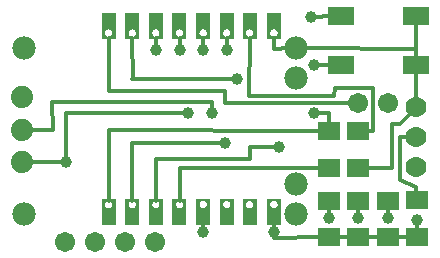
<source format=gtl>
G04 MADE WITH FRITZING*
G04 WWW.FRITZING.ORG*
G04 DOUBLE SIDED*
G04 HOLES PLATED*
G04 CONTOUR ON CENTER OF CONTOUR VECTOR*
%ASAXBY*%
%FSLAX23Y23*%
%MOIN*%
%OFA0B0*%
%SFA1.0B1.0*%
%ADD10C,0.039370*%
%ADD11C,0.078000*%
%ADD12C,0.067559*%
%ADD13C,0.069444*%
%ADD14C,0.074000*%
%ADD15R,0.074803X0.062992*%
%ADD16R,0.090551X0.062992*%
%ADD17C,0.012000*%
%ADD18R,0.001000X0.001000*%
%LNCOPPER1*%
G90*
G70*
G54D10*
X199Y391D03*
X1026Y715D03*
X1026Y553D03*
G54D11*
X58Y218D03*
X58Y770D03*
X967Y218D03*
X967Y318D03*
X967Y670D03*
X967Y770D03*
X58Y218D03*
X58Y770D03*
X967Y218D03*
X967Y318D03*
X967Y670D03*
X967Y770D03*
G54D12*
X1273Y587D03*
X1173Y587D03*
G54D13*
X1365Y374D03*
X1365Y474D03*
X1365Y574D03*
X1365Y374D03*
X1365Y474D03*
X1365Y574D03*
G54D10*
X730Y454D03*
X1075Y203D03*
X686Y555D03*
X657Y764D03*
X499Y764D03*
X578Y764D03*
X1370Y198D03*
X893Y159D03*
X607Y553D03*
X735Y764D03*
X657Y159D03*
X1016Y873D03*
X908Y440D03*
X1173Y203D03*
X1272Y203D03*
G54D12*
X196Y125D03*
X296Y125D03*
X396Y125D03*
X496Y125D03*
G54D14*
X51Y606D03*
X51Y499D03*
X51Y392D03*
X51Y606D03*
X51Y499D03*
X51Y392D03*
G54D10*
X770Y666D03*
G54D15*
X1075Y140D03*
X1075Y262D03*
X1173Y140D03*
X1173Y262D03*
X1173Y372D03*
X1173Y494D03*
X1272Y140D03*
X1272Y262D03*
X1370Y263D03*
X1370Y141D03*
X1075Y372D03*
X1075Y494D03*
G54D16*
X1117Y878D03*
X1365Y878D03*
X1117Y715D03*
X1365Y715D03*
G54D17*
X893Y769D02*
X893Y804D01*
D02*
X942Y770D02*
X893Y769D01*
D02*
X1094Y587D02*
X730Y587D01*
D02*
X1154Y587D02*
X1094Y587D01*
D02*
X657Y778D02*
X657Y804D01*
D02*
X578Y262D02*
X578Y370D01*
D02*
X578Y370D02*
X1043Y372D01*
D02*
X342Y262D02*
X341Y498D01*
D02*
X341Y498D02*
X1043Y494D01*
D02*
X420Y262D02*
X420Y454D01*
D02*
X420Y454D02*
X717Y454D01*
D02*
X1075Y217D02*
X1075Y236D01*
D02*
X499Y804D02*
X499Y778D01*
D02*
X578Y778D02*
X578Y804D01*
D02*
X735Y804D02*
X735Y778D01*
D02*
X1272Y217D02*
X1272Y236D01*
D02*
X1141Y140D02*
X1107Y140D01*
D02*
X1240Y140D02*
X1205Y140D01*
D02*
X1338Y141D02*
X1304Y141D01*
D02*
X1173Y217D02*
X1173Y236D01*
D02*
X814Y400D02*
X499Y400D01*
D02*
X499Y400D02*
X499Y262D01*
D02*
X894Y440D02*
X814Y440D01*
D02*
X1365Y306D02*
X1367Y289D01*
D02*
X1311Y474D02*
X1311Y331D01*
D02*
X1311Y331D02*
X1365Y306D01*
D02*
X1344Y474D02*
X1311Y474D01*
D02*
X1370Y185D02*
X1370Y167D01*
D02*
X1365Y769D02*
X991Y770D01*
D02*
X186Y391D02*
X77Y391D01*
D02*
X893Y172D02*
X893Y184D01*
D02*
X1029Y873D02*
X1078Y876D01*
D02*
X1365Y852D02*
X1365Y769D01*
D02*
X1365Y769D02*
X1365Y741D01*
D02*
X1365Y595D02*
X1365Y689D01*
D02*
X1311Y519D02*
X1351Y559D01*
D02*
X1286Y519D02*
X1311Y519D01*
D02*
X1286Y371D02*
X1286Y519D01*
D02*
X1205Y371D02*
X1286Y371D01*
D02*
X1075Y553D02*
X1039Y553D01*
D02*
X1075Y520D02*
X1075Y553D01*
D02*
X1039Y715D02*
X1078Y715D01*
D02*
X1223Y636D02*
X1095Y637D01*
D02*
X1223Y493D02*
X1223Y636D01*
D02*
X1205Y493D02*
X1223Y493D01*
D02*
X809Y612D02*
X811Y804D01*
D02*
X657Y172D02*
X657Y184D01*
D02*
X199Y553D02*
X594Y553D01*
D02*
X199Y404D02*
X199Y553D01*
D02*
X155Y499D02*
X77Y499D01*
D02*
X154Y592D02*
X155Y499D01*
D02*
X686Y592D02*
X154Y592D01*
D02*
X686Y569D02*
X686Y592D01*
D02*
X814Y440D02*
X814Y400D01*
D02*
X342Y627D02*
X342Y804D01*
D02*
X730Y627D02*
X342Y627D01*
D02*
X730Y587D02*
X730Y627D01*
D02*
X421Y666D02*
X420Y804D01*
D02*
X756Y666D02*
X420Y666D01*
D02*
X1094Y612D02*
X809Y612D01*
D02*
X1095Y637D02*
X1094Y612D01*
D02*
X893Y139D02*
X1043Y140D01*
D02*
X893Y146D02*
X893Y139D01*
G54D18*
X318Y888D02*
X364Y888D01*
X397Y888D02*
X443Y888D01*
X476Y888D02*
X522Y888D01*
X554Y888D02*
X600Y888D01*
X633Y888D02*
X679Y888D01*
X712Y888D02*
X758Y888D01*
X788Y888D02*
X834Y888D01*
X869Y888D02*
X915Y888D01*
X318Y887D02*
X364Y887D01*
X397Y887D02*
X443Y887D01*
X475Y887D02*
X522Y887D01*
X554Y887D02*
X600Y887D01*
X633Y887D02*
X679Y887D01*
X712Y887D02*
X758Y887D01*
X788Y887D02*
X834Y887D01*
X869Y887D02*
X915Y887D01*
X318Y886D02*
X364Y886D01*
X397Y886D02*
X443Y886D01*
X475Y886D02*
X522Y886D01*
X554Y886D02*
X600Y886D01*
X633Y886D02*
X679Y886D01*
X712Y886D02*
X758Y886D01*
X788Y886D02*
X834Y886D01*
X869Y886D02*
X915Y886D01*
X318Y885D02*
X364Y885D01*
X397Y885D02*
X443Y885D01*
X475Y885D02*
X522Y885D01*
X554Y885D02*
X600Y885D01*
X633Y885D02*
X679Y885D01*
X712Y885D02*
X758Y885D01*
X788Y885D02*
X834Y885D01*
X869Y885D02*
X915Y885D01*
X318Y884D02*
X364Y884D01*
X397Y884D02*
X443Y884D01*
X475Y884D02*
X522Y884D01*
X554Y884D02*
X600Y884D01*
X633Y884D02*
X679Y884D01*
X712Y884D02*
X758Y884D01*
X788Y884D02*
X834Y884D01*
X869Y884D02*
X915Y884D01*
X318Y883D02*
X364Y883D01*
X397Y883D02*
X443Y883D01*
X475Y883D02*
X522Y883D01*
X554Y883D02*
X600Y883D01*
X633Y883D02*
X679Y883D01*
X712Y883D02*
X758Y883D01*
X788Y883D02*
X834Y883D01*
X869Y883D02*
X915Y883D01*
X318Y882D02*
X364Y882D01*
X397Y882D02*
X443Y882D01*
X475Y882D02*
X522Y882D01*
X554Y882D02*
X600Y882D01*
X633Y882D02*
X679Y882D01*
X712Y882D02*
X758Y882D01*
X788Y882D02*
X834Y882D01*
X869Y882D02*
X915Y882D01*
X318Y881D02*
X364Y881D01*
X397Y881D02*
X443Y881D01*
X475Y881D02*
X522Y881D01*
X554Y881D02*
X600Y881D01*
X633Y881D02*
X679Y881D01*
X712Y881D02*
X758Y881D01*
X788Y881D02*
X834Y881D01*
X869Y881D02*
X915Y881D01*
X318Y880D02*
X364Y880D01*
X397Y880D02*
X443Y880D01*
X475Y880D02*
X522Y880D01*
X554Y880D02*
X600Y880D01*
X633Y880D02*
X679Y880D01*
X712Y880D02*
X758Y880D01*
X788Y880D02*
X834Y880D01*
X869Y880D02*
X915Y880D01*
X318Y879D02*
X364Y879D01*
X397Y879D02*
X443Y879D01*
X475Y879D02*
X522Y879D01*
X554Y879D02*
X600Y879D01*
X633Y879D02*
X679Y879D01*
X712Y879D02*
X758Y879D01*
X788Y879D02*
X834Y879D01*
X869Y879D02*
X915Y879D01*
X318Y878D02*
X364Y878D01*
X397Y878D02*
X443Y878D01*
X475Y878D02*
X522Y878D01*
X554Y878D02*
X600Y878D01*
X633Y878D02*
X679Y878D01*
X712Y878D02*
X758Y878D01*
X788Y878D02*
X834Y878D01*
X869Y878D02*
X915Y878D01*
X318Y877D02*
X364Y877D01*
X397Y877D02*
X443Y877D01*
X475Y877D02*
X522Y877D01*
X554Y877D02*
X600Y877D01*
X633Y877D02*
X679Y877D01*
X712Y877D02*
X758Y877D01*
X788Y877D02*
X834Y877D01*
X869Y877D02*
X915Y877D01*
X318Y876D02*
X364Y876D01*
X397Y876D02*
X443Y876D01*
X475Y876D02*
X522Y876D01*
X554Y876D02*
X600Y876D01*
X633Y876D02*
X679Y876D01*
X712Y876D02*
X758Y876D01*
X788Y876D02*
X834Y876D01*
X869Y876D02*
X915Y876D01*
X318Y875D02*
X364Y875D01*
X397Y875D02*
X443Y875D01*
X475Y875D02*
X522Y875D01*
X554Y875D02*
X600Y875D01*
X633Y875D02*
X679Y875D01*
X712Y875D02*
X758Y875D01*
X788Y875D02*
X834Y875D01*
X869Y875D02*
X915Y875D01*
X318Y874D02*
X364Y874D01*
X397Y874D02*
X443Y874D01*
X475Y874D02*
X522Y874D01*
X554Y874D02*
X600Y874D01*
X633Y874D02*
X679Y874D01*
X712Y874D02*
X758Y874D01*
X788Y874D02*
X834Y874D01*
X869Y874D02*
X915Y874D01*
X318Y873D02*
X364Y873D01*
X397Y873D02*
X443Y873D01*
X475Y873D02*
X522Y873D01*
X554Y873D02*
X600Y873D01*
X633Y873D02*
X679Y873D01*
X712Y873D02*
X758Y873D01*
X788Y873D02*
X834Y873D01*
X869Y873D02*
X915Y873D01*
X318Y872D02*
X364Y872D01*
X397Y872D02*
X443Y872D01*
X475Y872D02*
X522Y872D01*
X554Y872D02*
X600Y872D01*
X633Y872D02*
X679Y872D01*
X712Y872D02*
X758Y872D01*
X788Y872D02*
X834Y872D01*
X869Y872D02*
X915Y872D01*
X318Y871D02*
X364Y871D01*
X397Y871D02*
X443Y871D01*
X475Y871D02*
X522Y871D01*
X554Y871D02*
X600Y871D01*
X633Y871D02*
X679Y871D01*
X712Y871D02*
X758Y871D01*
X788Y871D02*
X834Y871D01*
X869Y871D02*
X915Y871D01*
X318Y870D02*
X364Y870D01*
X397Y870D02*
X443Y870D01*
X475Y870D02*
X522Y870D01*
X554Y870D02*
X600Y870D01*
X633Y870D02*
X679Y870D01*
X712Y870D02*
X758Y870D01*
X788Y870D02*
X834Y870D01*
X869Y870D02*
X915Y870D01*
X318Y869D02*
X364Y869D01*
X397Y869D02*
X443Y869D01*
X475Y869D02*
X522Y869D01*
X554Y869D02*
X600Y869D01*
X633Y869D02*
X679Y869D01*
X712Y869D02*
X758Y869D01*
X788Y869D02*
X834Y869D01*
X869Y869D02*
X915Y869D01*
X318Y868D02*
X364Y868D01*
X397Y868D02*
X443Y868D01*
X475Y868D02*
X522Y868D01*
X554Y868D02*
X600Y868D01*
X633Y868D02*
X679Y868D01*
X712Y868D02*
X758Y868D01*
X788Y868D02*
X834Y868D01*
X869Y868D02*
X915Y868D01*
X318Y867D02*
X364Y867D01*
X397Y867D02*
X443Y867D01*
X475Y867D02*
X522Y867D01*
X554Y867D02*
X600Y867D01*
X633Y867D02*
X679Y867D01*
X712Y867D02*
X758Y867D01*
X788Y867D02*
X834Y867D01*
X869Y867D02*
X915Y867D01*
X318Y866D02*
X364Y866D01*
X397Y866D02*
X443Y866D01*
X475Y866D02*
X522Y866D01*
X554Y866D02*
X600Y866D01*
X633Y866D02*
X679Y866D01*
X712Y866D02*
X758Y866D01*
X788Y866D02*
X834Y866D01*
X869Y866D02*
X915Y866D01*
X318Y865D02*
X364Y865D01*
X397Y865D02*
X443Y865D01*
X475Y865D02*
X522Y865D01*
X554Y865D02*
X600Y865D01*
X633Y865D02*
X679Y865D01*
X712Y865D02*
X758Y865D01*
X788Y865D02*
X834Y865D01*
X869Y865D02*
X915Y865D01*
X318Y864D02*
X364Y864D01*
X397Y864D02*
X443Y864D01*
X475Y864D02*
X522Y864D01*
X554Y864D02*
X600Y864D01*
X633Y864D02*
X679Y864D01*
X712Y864D02*
X758Y864D01*
X788Y864D02*
X834Y864D01*
X869Y864D02*
X915Y864D01*
X318Y863D02*
X364Y863D01*
X397Y863D02*
X443Y863D01*
X475Y863D02*
X522Y863D01*
X554Y863D02*
X600Y863D01*
X633Y863D02*
X679Y863D01*
X712Y863D02*
X758Y863D01*
X788Y863D02*
X834Y863D01*
X869Y863D02*
X915Y863D01*
X318Y862D02*
X364Y862D01*
X397Y862D02*
X443Y862D01*
X475Y862D02*
X522Y862D01*
X554Y862D02*
X600Y862D01*
X633Y862D02*
X679Y862D01*
X712Y862D02*
X758Y862D01*
X788Y862D02*
X834Y862D01*
X869Y862D02*
X915Y862D01*
X318Y861D02*
X364Y861D01*
X397Y861D02*
X443Y861D01*
X475Y861D02*
X522Y861D01*
X554Y861D02*
X600Y861D01*
X633Y861D02*
X679Y861D01*
X712Y861D02*
X758Y861D01*
X788Y861D02*
X834Y861D01*
X869Y861D02*
X915Y861D01*
X318Y860D02*
X364Y860D01*
X397Y860D02*
X443Y860D01*
X475Y860D02*
X522Y860D01*
X554Y860D02*
X600Y860D01*
X633Y860D02*
X679Y860D01*
X712Y860D02*
X758Y860D01*
X788Y860D02*
X834Y860D01*
X869Y860D02*
X915Y860D01*
X318Y859D02*
X364Y859D01*
X397Y859D02*
X443Y859D01*
X475Y859D02*
X522Y859D01*
X554Y859D02*
X600Y859D01*
X633Y859D02*
X679Y859D01*
X712Y859D02*
X758Y859D01*
X788Y859D02*
X834Y859D01*
X869Y859D02*
X915Y859D01*
X318Y858D02*
X364Y858D01*
X397Y858D02*
X443Y858D01*
X475Y858D02*
X522Y858D01*
X554Y858D02*
X600Y858D01*
X633Y858D02*
X679Y858D01*
X712Y858D02*
X758Y858D01*
X788Y858D02*
X834Y858D01*
X869Y858D02*
X915Y858D01*
X318Y857D02*
X364Y857D01*
X397Y857D02*
X443Y857D01*
X475Y857D02*
X522Y857D01*
X554Y857D02*
X600Y857D01*
X633Y857D02*
X679Y857D01*
X712Y857D02*
X758Y857D01*
X788Y857D02*
X834Y857D01*
X869Y857D02*
X915Y857D01*
X318Y856D02*
X364Y856D01*
X397Y856D02*
X443Y856D01*
X475Y856D02*
X522Y856D01*
X554Y856D02*
X600Y856D01*
X633Y856D02*
X679Y856D01*
X712Y856D02*
X758Y856D01*
X788Y856D02*
X834Y856D01*
X869Y856D02*
X915Y856D01*
X318Y855D02*
X364Y855D01*
X397Y855D02*
X443Y855D01*
X475Y855D02*
X522Y855D01*
X554Y855D02*
X600Y855D01*
X633Y855D02*
X679Y855D01*
X712Y855D02*
X758Y855D01*
X788Y855D02*
X834Y855D01*
X869Y855D02*
X915Y855D01*
X318Y854D02*
X364Y854D01*
X397Y854D02*
X443Y854D01*
X475Y854D02*
X522Y854D01*
X554Y854D02*
X600Y854D01*
X633Y854D02*
X679Y854D01*
X712Y854D02*
X758Y854D01*
X788Y854D02*
X834Y854D01*
X869Y854D02*
X915Y854D01*
X318Y853D02*
X364Y853D01*
X397Y853D02*
X443Y853D01*
X475Y853D02*
X522Y853D01*
X554Y853D02*
X600Y853D01*
X633Y853D02*
X679Y853D01*
X712Y853D02*
X758Y853D01*
X788Y853D02*
X834Y853D01*
X869Y853D02*
X915Y853D01*
X318Y852D02*
X364Y852D01*
X397Y852D02*
X443Y852D01*
X475Y852D02*
X522Y852D01*
X554Y852D02*
X600Y852D01*
X633Y852D02*
X679Y852D01*
X712Y852D02*
X758Y852D01*
X788Y852D02*
X834Y852D01*
X869Y852D02*
X915Y852D01*
X318Y851D02*
X364Y851D01*
X397Y851D02*
X443Y851D01*
X475Y851D02*
X522Y851D01*
X554Y851D02*
X600Y851D01*
X633Y851D02*
X679Y851D01*
X712Y851D02*
X758Y851D01*
X788Y851D02*
X834Y851D01*
X869Y851D02*
X915Y851D01*
X318Y850D02*
X364Y850D01*
X397Y850D02*
X443Y850D01*
X475Y850D02*
X522Y850D01*
X554Y850D02*
X600Y850D01*
X633Y850D02*
X679Y850D01*
X712Y850D02*
X758Y850D01*
X788Y850D02*
X834Y850D01*
X869Y850D02*
X915Y850D01*
X318Y849D02*
X364Y849D01*
X397Y849D02*
X443Y849D01*
X475Y849D02*
X522Y849D01*
X554Y849D02*
X600Y849D01*
X633Y849D02*
X679Y849D01*
X712Y849D02*
X758Y849D01*
X788Y849D02*
X834Y849D01*
X869Y849D02*
X915Y849D01*
X318Y848D02*
X364Y848D01*
X397Y848D02*
X443Y848D01*
X475Y848D02*
X522Y848D01*
X554Y848D02*
X600Y848D01*
X633Y848D02*
X679Y848D01*
X712Y848D02*
X758Y848D01*
X788Y848D02*
X834Y848D01*
X869Y848D02*
X915Y848D01*
X318Y847D02*
X364Y847D01*
X397Y847D02*
X443Y847D01*
X475Y847D02*
X522Y847D01*
X554Y847D02*
X600Y847D01*
X633Y847D02*
X679Y847D01*
X712Y847D02*
X758Y847D01*
X788Y847D02*
X834Y847D01*
X869Y847D02*
X915Y847D01*
X318Y846D02*
X364Y846D01*
X397Y846D02*
X443Y846D01*
X475Y846D02*
X522Y846D01*
X554Y846D02*
X600Y846D01*
X633Y846D02*
X679Y846D01*
X712Y846D02*
X758Y846D01*
X788Y846D02*
X834Y846D01*
X869Y846D02*
X915Y846D01*
X318Y845D02*
X364Y845D01*
X397Y845D02*
X443Y845D01*
X475Y845D02*
X522Y845D01*
X554Y845D02*
X600Y845D01*
X633Y845D02*
X679Y845D01*
X712Y845D02*
X758Y845D01*
X788Y845D02*
X834Y845D01*
X869Y845D02*
X915Y845D01*
X318Y844D02*
X364Y844D01*
X397Y844D02*
X443Y844D01*
X475Y844D02*
X522Y844D01*
X554Y844D02*
X600Y844D01*
X633Y844D02*
X679Y844D01*
X712Y844D02*
X758Y844D01*
X788Y844D02*
X834Y844D01*
X869Y844D02*
X915Y844D01*
X318Y843D02*
X364Y843D01*
X397Y843D02*
X443Y843D01*
X475Y843D02*
X522Y843D01*
X554Y843D02*
X600Y843D01*
X633Y843D02*
X679Y843D01*
X712Y843D02*
X758Y843D01*
X788Y843D02*
X834Y843D01*
X869Y843D02*
X915Y843D01*
X318Y842D02*
X364Y842D01*
X397Y842D02*
X443Y842D01*
X475Y842D02*
X522Y842D01*
X554Y842D02*
X600Y842D01*
X633Y842D02*
X679Y842D01*
X712Y842D02*
X758Y842D01*
X788Y842D02*
X834Y842D01*
X869Y842D02*
X915Y842D01*
X318Y841D02*
X364Y841D01*
X397Y841D02*
X443Y841D01*
X475Y841D02*
X522Y841D01*
X554Y841D02*
X600Y841D01*
X633Y841D02*
X679Y841D01*
X712Y841D02*
X758Y841D01*
X788Y841D02*
X834Y841D01*
X869Y841D02*
X915Y841D01*
X318Y840D02*
X364Y840D01*
X397Y840D02*
X443Y840D01*
X475Y840D02*
X522Y840D01*
X554Y840D02*
X600Y840D01*
X633Y840D02*
X679Y840D01*
X712Y840D02*
X758Y840D01*
X788Y840D02*
X834Y840D01*
X869Y840D02*
X915Y840D01*
X318Y839D02*
X364Y839D01*
X397Y839D02*
X443Y839D01*
X475Y839D02*
X522Y839D01*
X554Y839D02*
X600Y839D01*
X633Y839D02*
X679Y839D01*
X712Y839D02*
X758Y839D01*
X788Y839D02*
X834Y839D01*
X869Y839D02*
X915Y839D01*
X318Y838D02*
X364Y838D01*
X397Y838D02*
X443Y838D01*
X475Y838D02*
X522Y838D01*
X554Y838D02*
X600Y838D01*
X633Y838D02*
X679Y838D01*
X712Y838D02*
X758Y838D01*
X788Y838D02*
X834Y838D01*
X869Y838D02*
X915Y838D01*
X318Y837D02*
X364Y837D01*
X397Y837D02*
X443Y837D01*
X475Y837D02*
X522Y837D01*
X554Y837D02*
X600Y837D01*
X633Y837D02*
X679Y837D01*
X712Y837D02*
X758Y837D01*
X788Y837D02*
X834Y837D01*
X869Y837D02*
X915Y837D01*
X318Y836D02*
X364Y836D01*
X397Y836D02*
X443Y836D01*
X475Y836D02*
X522Y836D01*
X554Y836D02*
X600Y836D01*
X633Y836D02*
X679Y836D01*
X712Y836D02*
X758Y836D01*
X788Y836D02*
X834Y836D01*
X869Y836D02*
X915Y836D01*
X318Y835D02*
X364Y835D01*
X397Y835D02*
X443Y835D01*
X475Y835D02*
X522Y835D01*
X554Y835D02*
X600Y835D01*
X633Y835D02*
X679Y835D01*
X712Y835D02*
X758Y835D01*
X788Y835D02*
X834Y835D01*
X869Y835D02*
X915Y835D01*
X318Y834D02*
X364Y834D01*
X397Y834D02*
X443Y834D01*
X475Y834D02*
X522Y834D01*
X554Y834D02*
X600Y834D01*
X633Y834D02*
X679Y834D01*
X712Y834D02*
X758Y834D01*
X788Y834D02*
X834Y834D01*
X869Y834D02*
X915Y834D01*
X318Y833D02*
X364Y833D01*
X397Y833D02*
X443Y833D01*
X475Y833D02*
X522Y833D01*
X554Y833D02*
X600Y833D01*
X633Y833D02*
X679Y833D01*
X712Y833D02*
X758Y833D01*
X788Y833D02*
X834Y833D01*
X869Y833D02*
X915Y833D01*
X318Y832D02*
X338Y832D01*
X344Y832D02*
X364Y832D01*
X397Y832D02*
X417Y832D01*
X423Y832D02*
X443Y832D01*
X475Y832D02*
X496Y832D01*
X502Y832D02*
X522Y832D01*
X554Y832D02*
X574Y832D01*
X580Y832D02*
X600Y832D01*
X633Y832D02*
X653Y832D01*
X659Y832D02*
X679Y832D01*
X712Y832D02*
X732Y832D01*
X738Y832D02*
X758Y832D01*
X788Y832D02*
X808Y832D01*
X814Y832D02*
X834Y832D01*
X869Y832D02*
X889Y832D01*
X895Y832D02*
X915Y832D01*
X318Y831D02*
X335Y831D01*
X347Y831D02*
X364Y831D01*
X397Y831D02*
X414Y831D01*
X426Y831D02*
X443Y831D01*
X475Y831D02*
X493Y831D01*
X504Y831D02*
X522Y831D01*
X554Y831D02*
X571Y831D01*
X583Y831D02*
X600Y831D01*
X633Y831D02*
X650Y831D01*
X662Y831D02*
X679Y831D01*
X712Y831D02*
X729Y831D01*
X741Y831D02*
X758Y831D01*
X788Y831D02*
X805Y831D01*
X817Y831D02*
X834Y831D01*
X869Y831D02*
X886Y831D01*
X898Y831D02*
X915Y831D01*
X318Y830D02*
X334Y830D01*
X349Y830D02*
X364Y830D01*
X397Y830D02*
X412Y830D01*
X427Y830D02*
X443Y830D01*
X475Y830D02*
X491Y830D01*
X506Y830D02*
X522Y830D01*
X554Y830D02*
X570Y830D01*
X585Y830D02*
X600Y830D01*
X633Y830D02*
X648Y830D01*
X664Y830D02*
X679Y830D01*
X712Y830D02*
X727Y830D01*
X742Y830D02*
X758Y830D01*
X788Y830D02*
X804Y830D01*
X819Y830D02*
X834Y830D01*
X869Y830D02*
X885Y830D01*
X900Y830D02*
X915Y830D01*
X318Y829D02*
X332Y829D01*
X350Y829D02*
X364Y829D01*
X397Y829D02*
X411Y829D01*
X429Y829D02*
X443Y829D01*
X475Y829D02*
X490Y829D01*
X507Y829D02*
X522Y829D01*
X554Y829D02*
X569Y829D01*
X586Y829D02*
X600Y829D01*
X633Y829D02*
X647Y829D01*
X665Y829D02*
X679Y829D01*
X712Y829D02*
X726Y829D01*
X744Y829D02*
X758Y829D01*
X788Y829D02*
X803Y829D01*
X820Y829D02*
X834Y829D01*
X869Y829D02*
X883Y829D01*
X901Y829D02*
X915Y829D01*
X318Y828D02*
X331Y828D01*
X351Y828D02*
X364Y828D01*
X397Y828D02*
X410Y828D01*
X430Y828D02*
X443Y828D01*
X475Y828D02*
X489Y828D01*
X508Y828D02*
X522Y828D01*
X554Y828D02*
X568Y828D01*
X587Y828D02*
X600Y828D01*
X633Y828D02*
X646Y828D01*
X666Y828D02*
X679Y828D01*
X712Y828D02*
X725Y828D01*
X744Y828D02*
X758Y828D01*
X788Y828D02*
X802Y828D01*
X821Y828D02*
X834Y828D01*
X869Y828D02*
X883Y828D01*
X902Y828D02*
X915Y828D01*
X318Y827D02*
X331Y827D01*
X352Y827D02*
X364Y827D01*
X397Y827D02*
X409Y827D01*
X430Y827D02*
X443Y827D01*
X475Y827D02*
X488Y827D01*
X509Y827D02*
X522Y827D01*
X554Y827D02*
X567Y827D01*
X588Y827D02*
X600Y827D01*
X633Y827D02*
X646Y827D01*
X667Y827D02*
X679Y827D01*
X712Y827D02*
X724Y827D01*
X745Y827D02*
X758Y827D01*
X788Y827D02*
X801Y827D01*
X822Y827D02*
X834Y827D01*
X869Y827D02*
X882Y827D01*
X903Y827D02*
X915Y827D01*
X318Y826D02*
X330Y826D01*
X352Y826D02*
X364Y826D01*
X397Y826D02*
X409Y826D01*
X431Y826D02*
X443Y826D01*
X475Y826D02*
X487Y826D01*
X510Y826D02*
X522Y826D01*
X554Y826D02*
X566Y826D01*
X588Y826D02*
X600Y826D01*
X633Y826D02*
X645Y826D01*
X667Y826D02*
X679Y826D01*
X712Y826D02*
X724Y826D01*
X746Y826D02*
X758Y826D01*
X788Y826D02*
X800Y826D01*
X822Y826D02*
X834Y826D01*
X869Y826D02*
X881Y826D01*
X903Y826D02*
X915Y826D01*
X318Y825D02*
X329Y825D01*
X353Y825D02*
X364Y825D01*
X397Y825D02*
X408Y825D01*
X431Y825D02*
X443Y825D01*
X475Y825D02*
X487Y825D01*
X510Y825D02*
X522Y825D01*
X554Y825D02*
X566Y825D01*
X589Y825D02*
X600Y825D01*
X633Y825D02*
X644Y825D01*
X668Y825D02*
X679Y825D01*
X712Y825D02*
X723Y825D01*
X746Y825D02*
X758Y825D01*
X788Y825D02*
X800Y825D01*
X823Y825D02*
X834Y825D01*
X869Y825D02*
X881Y825D01*
X904Y825D02*
X915Y825D01*
X318Y824D02*
X329Y824D01*
X353Y824D02*
X364Y824D01*
X397Y824D02*
X408Y824D01*
X432Y824D02*
X443Y824D01*
X475Y824D02*
X487Y824D01*
X511Y824D02*
X522Y824D01*
X554Y824D02*
X565Y824D01*
X589Y824D02*
X600Y824D01*
X633Y824D02*
X644Y824D01*
X668Y824D02*
X679Y824D01*
X712Y824D02*
X723Y824D01*
X747Y824D02*
X758Y824D01*
X788Y824D02*
X799Y824D01*
X823Y824D02*
X834Y824D01*
X869Y824D02*
X880Y824D01*
X904Y824D02*
X915Y824D01*
X318Y823D02*
X329Y823D01*
X353Y823D02*
X364Y823D01*
X397Y823D02*
X408Y823D01*
X432Y823D02*
X443Y823D01*
X475Y823D02*
X486Y823D01*
X511Y823D02*
X522Y823D01*
X554Y823D02*
X565Y823D01*
X590Y823D02*
X600Y823D01*
X633Y823D02*
X644Y823D01*
X668Y823D02*
X679Y823D01*
X712Y823D02*
X722Y823D01*
X747Y823D02*
X758Y823D01*
X788Y823D02*
X799Y823D01*
X824Y823D02*
X834Y823D01*
X869Y823D02*
X880Y823D01*
X904Y823D02*
X915Y823D01*
X318Y822D02*
X329Y822D01*
X354Y822D02*
X364Y822D01*
X397Y822D02*
X407Y822D01*
X432Y822D02*
X443Y822D01*
X475Y822D02*
X486Y822D01*
X511Y822D02*
X522Y822D01*
X554Y822D02*
X565Y822D01*
X590Y822D02*
X600Y822D01*
X633Y822D02*
X644Y822D01*
X668Y822D02*
X679Y822D01*
X712Y822D02*
X722Y822D01*
X747Y822D02*
X758Y822D01*
X788Y822D02*
X799Y822D01*
X824Y822D02*
X834Y822D01*
X869Y822D02*
X880Y822D01*
X905Y822D02*
X915Y822D01*
X318Y821D02*
X328Y821D01*
X354Y821D02*
X364Y821D01*
X397Y821D02*
X407Y821D01*
X432Y821D02*
X443Y821D01*
X475Y821D02*
X486Y821D01*
X511Y821D02*
X522Y821D01*
X554Y821D02*
X565Y821D01*
X590Y821D02*
X600Y821D01*
X633Y821D02*
X643Y821D01*
X669Y821D02*
X679Y821D01*
X712Y821D02*
X722Y821D01*
X747Y821D02*
X758Y821D01*
X788Y821D02*
X799Y821D01*
X824Y821D02*
X834Y821D01*
X869Y821D02*
X880Y821D01*
X905Y821D02*
X915Y821D01*
X318Y820D02*
X328Y820D01*
X354Y820D02*
X364Y820D01*
X397Y820D02*
X407Y820D01*
X432Y820D02*
X443Y820D01*
X475Y820D02*
X486Y820D01*
X511Y820D02*
X522Y820D01*
X554Y820D02*
X565Y820D01*
X590Y820D02*
X600Y820D01*
X633Y820D02*
X643Y820D01*
X669Y820D02*
X679Y820D01*
X712Y820D02*
X722Y820D01*
X747Y820D02*
X758Y820D01*
X788Y820D02*
X799Y820D01*
X824Y820D02*
X834Y820D01*
X869Y820D02*
X880Y820D01*
X905Y820D02*
X915Y820D01*
X318Y819D02*
X329Y819D01*
X354Y819D02*
X364Y819D01*
X397Y819D02*
X407Y819D01*
X432Y819D02*
X443Y819D01*
X475Y819D02*
X486Y819D01*
X511Y819D02*
X522Y819D01*
X554Y819D02*
X565Y819D01*
X590Y819D02*
X600Y819D01*
X633Y819D02*
X643Y819D01*
X669Y819D02*
X679Y819D01*
X712Y819D02*
X722Y819D01*
X747Y819D02*
X758Y819D01*
X788Y819D02*
X799Y819D01*
X824Y819D02*
X834Y819D01*
X869Y819D02*
X880Y819D01*
X905Y819D02*
X915Y819D01*
X318Y818D02*
X329Y818D01*
X353Y818D02*
X364Y818D01*
X397Y818D02*
X407Y818D01*
X432Y818D02*
X443Y818D01*
X475Y818D02*
X486Y818D01*
X511Y818D02*
X522Y818D01*
X554Y818D02*
X565Y818D01*
X590Y818D02*
X600Y818D01*
X633Y818D02*
X644Y818D01*
X668Y818D02*
X679Y818D01*
X712Y818D02*
X722Y818D01*
X747Y818D02*
X758Y818D01*
X788Y818D02*
X799Y818D01*
X824Y818D02*
X834Y818D01*
X869Y818D02*
X880Y818D01*
X905Y818D02*
X915Y818D01*
X318Y817D02*
X329Y817D01*
X353Y817D02*
X364Y817D01*
X397Y817D02*
X408Y817D01*
X432Y817D02*
X443Y817D01*
X475Y817D02*
X486Y817D01*
X511Y817D02*
X522Y817D01*
X554Y817D02*
X565Y817D01*
X589Y817D02*
X600Y817D01*
X633Y817D02*
X644Y817D01*
X668Y817D02*
X679Y817D01*
X712Y817D02*
X723Y817D01*
X747Y817D02*
X758Y817D01*
X788Y817D02*
X799Y817D01*
X823Y817D02*
X834Y817D01*
X869Y817D02*
X880Y817D01*
X904Y817D02*
X915Y817D01*
X318Y816D02*
X329Y816D01*
X353Y816D02*
X364Y816D01*
X397Y816D02*
X408Y816D01*
X432Y816D02*
X443Y816D01*
X475Y816D02*
X487Y816D01*
X510Y816D02*
X522Y816D01*
X554Y816D02*
X565Y816D01*
X589Y816D02*
X600Y816D01*
X633Y816D02*
X644Y816D01*
X668Y816D02*
X679Y816D01*
X712Y816D02*
X723Y816D01*
X747Y816D02*
X758Y816D01*
X788Y816D02*
X799Y816D01*
X823Y816D02*
X834Y816D01*
X869Y816D02*
X880Y816D01*
X904Y816D02*
X915Y816D01*
X318Y815D02*
X330Y815D01*
X353Y815D02*
X364Y815D01*
X397Y815D02*
X408Y815D01*
X431Y815D02*
X443Y815D01*
X475Y815D02*
X487Y815D01*
X510Y815D02*
X522Y815D01*
X554Y815D02*
X566Y815D01*
X589Y815D02*
X600Y815D01*
X633Y815D02*
X645Y815D01*
X667Y815D02*
X679Y815D01*
X712Y815D02*
X723Y815D01*
X746Y815D02*
X758Y815D01*
X788Y815D02*
X800Y815D01*
X823Y815D02*
X834Y815D01*
X869Y815D02*
X881Y815D01*
X904Y815D02*
X915Y815D01*
X318Y814D02*
X330Y814D01*
X352Y814D02*
X364Y814D01*
X397Y814D02*
X409Y814D01*
X431Y814D02*
X443Y814D01*
X475Y814D02*
X488Y814D01*
X509Y814D02*
X522Y814D01*
X554Y814D02*
X566Y814D01*
X588Y814D02*
X600Y814D01*
X633Y814D02*
X645Y814D01*
X667Y814D02*
X679Y814D01*
X712Y814D02*
X724Y814D01*
X746Y814D02*
X758Y814D01*
X788Y814D02*
X800Y814D01*
X822Y814D02*
X834Y814D01*
X869Y814D02*
X881Y814D01*
X903Y814D02*
X915Y814D01*
X318Y813D02*
X331Y813D01*
X351Y813D02*
X364Y813D01*
X397Y813D02*
X410Y813D01*
X430Y813D02*
X443Y813D01*
X475Y813D02*
X488Y813D01*
X509Y813D02*
X522Y813D01*
X554Y813D02*
X567Y813D01*
X587Y813D02*
X600Y813D01*
X633Y813D02*
X646Y813D01*
X666Y813D02*
X679Y813D01*
X712Y813D02*
X725Y813D01*
X745Y813D02*
X758Y813D01*
X788Y813D02*
X801Y813D01*
X822Y813D02*
X834Y813D01*
X869Y813D02*
X882Y813D01*
X902Y813D02*
X915Y813D01*
X318Y812D02*
X332Y812D01*
X351Y812D02*
X364Y812D01*
X397Y812D02*
X410Y812D01*
X429Y812D02*
X443Y812D01*
X475Y812D02*
X489Y812D01*
X508Y812D02*
X522Y812D01*
X554Y812D02*
X568Y812D01*
X587Y812D02*
X600Y812D01*
X633Y812D02*
X647Y812D01*
X665Y812D02*
X679Y812D01*
X712Y812D02*
X725Y812D01*
X744Y812D02*
X758Y812D01*
X788Y812D02*
X802Y812D01*
X821Y812D02*
X834Y812D01*
X869Y812D02*
X883Y812D01*
X902Y812D02*
X915Y812D01*
X318Y811D02*
X333Y811D01*
X349Y811D02*
X364Y811D01*
X397Y811D02*
X411Y811D01*
X428Y811D02*
X443Y811D01*
X475Y811D02*
X490Y811D01*
X507Y811D02*
X522Y811D01*
X554Y811D02*
X569Y811D01*
X586Y811D02*
X600Y811D01*
X633Y811D02*
X648Y811D01*
X664Y811D02*
X679Y811D01*
X712Y811D02*
X726Y811D01*
X743Y811D02*
X758Y811D01*
X788Y811D02*
X803Y811D01*
X820Y811D02*
X834Y811D01*
X869Y811D02*
X884Y811D01*
X901Y811D02*
X915Y811D01*
X318Y810D02*
X334Y810D01*
X348Y810D02*
X364Y810D01*
X397Y810D02*
X413Y810D01*
X427Y810D02*
X443Y810D01*
X475Y810D02*
X491Y810D01*
X506Y810D02*
X522Y810D01*
X554Y810D02*
X570Y810D01*
X584Y810D02*
X600Y810D01*
X633Y810D02*
X649Y810D01*
X663Y810D02*
X679Y810D01*
X712Y810D02*
X728Y810D01*
X742Y810D02*
X758Y810D01*
X788Y810D02*
X804Y810D01*
X818Y810D02*
X834Y810D01*
X869Y810D02*
X885Y810D01*
X899Y810D02*
X915Y810D01*
X318Y809D02*
X336Y809D01*
X346Y809D02*
X364Y809D01*
X397Y809D02*
X415Y809D01*
X425Y809D02*
X443Y809D01*
X475Y809D02*
X493Y809D01*
X504Y809D02*
X522Y809D01*
X554Y809D02*
X572Y809D01*
X582Y809D02*
X600Y809D01*
X633Y809D02*
X651Y809D01*
X661Y809D02*
X679Y809D01*
X712Y809D02*
X730Y809D01*
X740Y809D02*
X758Y809D01*
X788Y809D02*
X806Y809D01*
X816Y809D02*
X834Y809D01*
X869Y809D02*
X887Y809D01*
X897Y809D02*
X915Y809D01*
X318Y808D02*
X364Y808D01*
X397Y808D02*
X443Y808D01*
X475Y808D02*
X522Y808D01*
X554Y808D02*
X600Y808D01*
X633Y808D02*
X679Y808D01*
X712Y808D02*
X758Y808D01*
X788Y808D02*
X834Y808D01*
X869Y808D02*
X915Y808D01*
X318Y807D02*
X364Y807D01*
X397Y807D02*
X443Y807D01*
X475Y807D02*
X522Y807D01*
X554Y807D02*
X600Y807D01*
X633Y807D02*
X679Y807D01*
X712Y807D02*
X758Y807D01*
X788Y807D02*
X834Y807D01*
X869Y807D02*
X915Y807D01*
X318Y806D02*
X364Y806D01*
X397Y806D02*
X443Y806D01*
X475Y806D02*
X522Y806D01*
X554Y806D02*
X600Y806D01*
X633Y806D02*
X679Y806D01*
X712Y806D02*
X758Y806D01*
X788Y806D02*
X834Y806D01*
X869Y806D02*
X915Y806D01*
X318Y805D02*
X364Y805D01*
X397Y805D02*
X443Y805D01*
X475Y805D02*
X522Y805D01*
X554Y805D02*
X600Y805D01*
X633Y805D02*
X679Y805D01*
X712Y805D02*
X758Y805D01*
X788Y805D02*
X834Y805D01*
X869Y805D02*
X915Y805D01*
X318Y804D02*
X364Y804D01*
X397Y804D02*
X443Y804D01*
X475Y804D02*
X522Y804D01*
X554Y804D02*
X600Y804D01*
X633Y804D02*
X679Y804D01*
X712Y804D02*
X758Y804D01*
X788Y804D02*
X834Y804D01*
X869Y804D02*
X915Y804D01*
X318Y803D02*
X364Y803D01*
X397Y803D02*
X443Y803D01*
X475Y803D02*
X522Y803D01*
X554Y803D02*
X600Y803D01*
X633Y803D02*
X679Y803D01*
X712Y803D02*
X758Y803D01*
X788Y803D02*
X834Y803D01*
X869Y803D02*
X915Y803D01*
X318Y802D02*
X364Y802D01*
X397Y802D02*
X443Y802D01*
X475Y802D02*
X522Y802D01*
X554Y802D02*
X600Y802D01*
X633Y802D02*
X679Y802D01*
X712Y802D02*
X758Y802D01*
X788Y802D02*
X834Y802D01*
X869Y802D02*
X915Y802D01*
X318Y801D02*
X364Y801D01*
X397Y801D02*
X443Y801D01*
X475Y801D02*
X522Y801D01*
X554Y801D02*
X600Y801D01*
X633Y801D02*
X679Y801D01*
X712Y801D02*
X758Y801D01*
X788Y801D02*
X834Y801D01*
X869Y801D02*
X915Y801D01*
X318Y800D02*
X364Y800D01*
X397Y800D02*
X443Y800D01*
X476Y800D02*
X521Y800D01*
X554Y800D02*
X600Y800D01*
X633Y800D02*
X679Y800D01*
X712Y800D02*
X758Y800D01*
X788Y800D02*
X834Y800D01*
X869Y800D02*
X915Y800D01*
X318Y268D02*
X364Y268D01*
X397Y268D02*
X443Y268D01*
X476Y268D02*
X522Y268D01*
X554Y268D02*
X600Y268D01*
X633Y268D02*
X679Y268D01*
X712Y268D02*
X758Y268D01*
X788Y268D02*
X834Y268D01*
X869Y268D02*
X915Y268D01*
X318Y267D02*
X364Y267D01*
X397Y267D02*
X443Y267D01*
X476Y267D02*
X522Y267D01*
X554Y267D02*
X600Y267D01*
X633Y267D02*
X679Y267D01*
X712Y267D02*
X758Y267D01*
X788Y267D02*
X834Y267D01*
X869Y267D02*
X915Y267D01*
X318Y266D02*
X364Y266D01*
X397Y266D02*
X443Y266D01*
X476Y266D02*
X522Y266D01*
X554Y266D02*
X600Y266D01*
X633Y266D02*
X679Y266D01*
X712Y266D02*
X758Y266D01*
X788Y266D02*
X834Y266D01*
X869Y266D02*
X915Y266D01*
X318Y265D02*
X364Y265D01*
X397Y265D02*
X443Y265D01*
X476Y265D02*
X522Y265D01*
X554Y265D02*
X600Y265D01*
X633Y265D02*
X679Y265D01*
X712Y265D02*
X758Y265D01*
X788Y265D02*
X834Y265D01*
X869Y265D02*
X915Y265D01*
X318Y264D02*
X364Y264D01*
X397Y264D02*
X443Y264D01*
X476Y264D02*
X522Y264D01*
X554Y264D02*
X600Y264D01*
X633Y264D02*
X679Y264D01*
X712Y264D02*
X758Y264D01*
X788Y264D02*
X834Y264D01*
X869Y264D02*
X915Y264D01*
X318Y263D02*
X364Y263D01*
X397Y263D02*
X443Y263D01*
X476Y263D02*
X522Y263D01*
X554Y263D02*
X600Y263D01*
X633Y263D02*
X679Y263D01*
X712Y263D02*
X758Y263D01*
X788Y263D02*
X834Y263D01*
X869Y263D02*
X915Y263D01*
X318Y262D02*
X364Y262D01*
X397Y262D02*
X443Y262D01*
X476Y262D02*
X522Y262D01*
X554Y262D02*
X600Y262D01*
X633Y262D02*
X679Y262D01*
X712Y262D02*
X758Y262D01*
X788Y262D02*
X834Y262D01*
X869Y262D02*
X915Y262D01*
X318Y261D02*
X364Y261D01*
X397Y261D02*
X443Y261D01*
X476Y261D02*
X522Y261D01*
X554Y261D02*
X600Y261D01*
X633Y261D02*
X679Y261D01*
X712Y261D02*
X758Y261D01*
X788Y261D02*
X834Y261D01*
X869Y261D02*
X915Y261D01*
X318Y260D02*
X337Y260D01*
X345Y260D02*
X364Y260D01*
X397Y260D02*
X416Y260D01*
X423Y260D02*
X443Y260D01*
X476Y260D02*
X495Y260D01*
X502Y260D02*
X522Y260D01*
X554Y260D02*
X574Y260D01*
X581Y260D02*
X600Y260D01*
X633Y260D02*
X652Y260D01*
X660Y260D02*
X679Y260D01*
X712Y260D02*
X731Y260D01*
X738Y260D02*
X758Y260D01*
X788Y260D02*
X808Y260D01*
X815Y260D02*
X834Y260D01*
X869Y260D02*
X888Y260D01*
X896Y260D02*
X915Y260D01*
X318Y259D02*
X335Y259D01*
X347Y259D02*
X364Y259D01*
X397Y259D02*
X414Y259D01*
X426Y259D02*
X443Y259D01*
X476Y259D02*
X492Y259D01*
X505Y259D02*
X522Y259D01*
X554Y259D02*
X571Y259D01*
X584Y259D02*
X600Y259D01*
X633Y259D02*
X650Y259D01*
X662Y259D02*
X679Y259D01*
X712Y259D02*
X729Y259D01*
X741Y259D02*
X758Y259D01*
X788Y259D02*
X805Y259D01*
X817Y259D02*
X834Y259D01*
X869Y259D02*
X886Y259D01*
X899Y259D02*
X915Y259D01*
X318Y258D02*
X333Y258D01*
X349Y258D02*
X364Y258D01*
X397Y258D02*
X412Y258D01*
X428Y258D02*
X443Y258D01*
X476Y258D02*
X491Y258D01*
X506Y258D02*
X522Y258D01*
X554Y258D02*
X569Y258D01*
X585Y258D02*
X600Y258D01*
X633Y258D02*
X648Y258D01*
X664Y258D02*
X679Y258D01*
X712Y258D02*
X727Y258D01*
X743Y258D02*
X758Y258D01*
X788Y258D02*
X803Y258D01*
X819Y258D02*
X834Y258D01*
X869Y258D02*
X884Y258D01*
X900Y258D02*
X915Y258D01*
X318Y257D02*
X332Y257D01*
X350Y257D02*
X364Y257D01*
X397Y257D02*
X411Y257D01*
X429Y257D02*
X443Y257D01*
X476Y257D02*
X490Y257D01*
X508Y257D02*
X522Y257D01*
X554Y257D02*
X568Y257D01*
X586Y257D02*
X600Y257D01*
X633Y257D02*
X647Y257D01*
X665Y257D02*
X679Y257D01*
X712Y257D02*
X726Y257D01*
X744Y257D02*
X758Y257D01*
X788Y257D02*
X802Y257D01*
X820Y257D02*
X834Y257D01*
X869Y257D02*
X883Y257D01*
X901Y257D02*
X915Y257D01*
X318Y256D02*
X331Y256D01*
X351Y256D02*
X364Y256D01*
X397Y256D02*
X410Y256D01*
X430Y256D02*
X443Y256D01*
X476Y256D02*
X489Y256D01*
X509Y256D02*
X522Y256D01*
X554Y256D02*
X567Y256D01*
X587Y256D02*
X600Y256D01*
X633Y256D02*
X646Y256D01*
X666Y256D02*
X679Y256D01*
X712Y256D02*
X725Y256D01*
X745Y256D02*
X758Y256D01*
X788Y256D02*
X801Y256D01*
X821Y256D02*
X834Y256D01*
X869Y256D02*
X882Y256D01*
X902Y256D02*
X915Y256D01*
X318Y255D02*
X330Y255D01*
X352Y255D02*
X364Y255D01*
X397Y255D02*
X409Y255D01*
X430Y255D02*
X443Y255D01*
X476Y255D02*
X488Y255D01*
X509Y255D02*
X522Y255D01*
X554Y255D02*
X567Y255D01*
X588Y255D02*
X600Y255D01*
X633Y255D02*
X645Y255D01*
X667Y255D02*
X679Y255D01*
X712Y255D02*
X724Y255D01*
X745Y255D02*
X758Y255D01*
X788Y255D02*
X801Y255D01*
X822Y255D02*
X834Y255D01*
X869Y255D02*
X882Y255D01*
X903Y255D02*
X915Y255D01*
X318Y254D02*
X330Y254D01*
X352Y254D02*
X364Y254D01*
X397Y254D02*
X409Y254D01*
X431Y254D02*
X443Y254D01*
X476Y254D02*
X487Y254D01*
X510Y254D02*
X522Y254D01*
X554Y254D02*
X566Y254D01*
X589Y254D02*
X600Y254D01*
X633Y254D02*
X645Y254D01*
X667Y254D02*
X679Y254D01*
X712Y254D02*
X724Y254D01*
X746Y254D02*
X758Y254D01*
X788Y254D02*
X800Y254D01*
X822Y254D02*
X834Y254D01*
X869Y254D02*
X881Y254D01*
X904Y254D02*
X915Y254D01*
X318Y253D02*
X329Y253D01*
X353Y253D02*
X364Y253D01*
X397Y253D02*
X408Y253D01*
X432Y253D02*
X443Y253D01*
X476Y253D02*
X487Y253D01*
X510Y253D02*
X522Y253D01*
X554Y253D02*
X566Y253D01*
X589Y253D02*
X600Y253D01*
X633Y253D02*
X644Y253D01*
X668Y253D02*
X679Y253D01*
X712Y253D02*
X723Y253D01*
X746Y253D02*
X758Y253D01*
X788Y253D02*
X800Y253D01*
X823Y253D02*
X834Y253D01*
X869Y253D02*
X881Y253D01*
X904Y253D02*
X915Y253D01*
X318Y252D02*
X329Y252D01*
X353Y252D02*
X364Y252D01*
X397Y252D02*
X408Y252D01*
X432Y252D02*
X443Y252D01*
X476Y252D02*
X487Y252D01*
X511Y252D02*
X522Y252D01*
X554Y252D02*
X565Y252D01*
X589Y252D02*
X600Y252D01*
X633Y252D02*
X644Y252D01*
X668Y252D02*
X679Y252D01*
X712Y252D02*
X723Y252D01*
X747Y252D02*
X758Y252D01*
X788Y252D02*
X799Y252D01*
X823Y252D02*
X834Y252D01*
X869Y252D02*
X880Y252D01*
X904Y252D02*
X915Y252D01*
X318Y251D02*
X329Y251D01*
X353Y251D02*
X364Y251D01*
X397Y251D02*
X408Y251D01*
X432Y251D02*
X443Y251D01*
X476Y251D02*
X486Y251D01*
X511Y251D02*
X522Y251D01*
X554Y251D02*
X565Y251D01*
X590Y251D02*
X600Y251D01*
X633Y251D02*
X644Y251D01*
X668Y251D02*
X679Y251D01*
X712Y251D02*
X722Y251D01*
X747Y251D02*
X758Y251D01*
X788Y251D02*
X799Y251D01*
X824Y251D02*
X834Y251D01*
X869Y251D02*
X880Y251D01*
X905Y251D02*
X915Y251D01*
X318Y250D02*
X329Y250D01*
X354Y250D02*
X364Y250D01*
X397Y250D02*
X407Y250D01*
X432Y250D02*
X443Y250D01*
X476Y250D02*
X486Y250D01*
X511Y250D02*
X522Y250D01*
X554Y250D02*
X565Y250D01*
X590Y250D02*
X600Y250D01*
X633Y250D02*
X644Y250D01*
X669Y250D02*
X679Y250D01*
X712Y250D02*
X722Y250D01*
X747Y250D02*
X758Y250D01*
X788Y250D02*
X799Y250D01*
X824Y250D02*
X834Y250D01*
X869Y250D02*
X880Y250D01*
X905Y250D02*
X915Y250D01*
X318Y249D02*
X328Y249D01*
X354Y249D02*
X364Y249D01*
X397Y249D02*
X407Y249D01*
X432Y249D02*
X443Y249D01*
X476Y249D02*
X486Y249D01*
X511Y249D02*
X522Y249D01*
X554Y249D02*
X565Y249D01*
X590Y249D02*
X600Y249D01*
X633Y249D02*
X644Y249D01*
X669Y249D02*
X679Y249D01*
X712Y249D02*
X722Y249D01*
X747Y249D02*
X758Y249D01*
X788Y249D02*
X799Y249D01*
X824Y249D02*
X834Y249D01*
X869Y249D02*
X880Y249D01*
X905Y249D02*
X915Y249D01*
X318Y248D02*
X328Y248D01*
X354Y248D02*
X364Y248D01*
X397Y248D02*
X407Y248D01*
X433Y248D02*
X443Y248D01*
X476Y248D02*
X486Y248D01*
X511Y248D02*
X522Y248D01*
X554Y248D02*
X565Y248D01*
X590Y248D02*
X600Y248D01*
X633Y248D02*
X643Y248D01*
X669Y248D02*
X679Y248D01*
X712Y248D02*
X722Y248D01*
X747Y248D02*
X758Y248D01*
X788Y248D02*
X799Y248D01*
X824Y248D02*
X834Y248D01*
X869Y248D02*
X880Y248D01*
X905Y248D02*
X915Y248D01*
X318Y247D02*
X329Y247D01*
X354Y247D02*
X364Y247D01*
X397Y247D02*
X407Y247D01*
X432Y247D02*
X443Y247D01*
X476Y247D02*
X486Y247D01*
X511Y247D02*
X522Y247D01*
X554Y247D02*
X565Y247D01*
X590Y247D02*
X600Y247D01*
X633Y247D02*
X644Y247D01*
X669Y247D02*
X679Y247D01*
X712Y247D02*
X722Y247D01*
X747Y247D02*
X758Y247D01*
X788Y247D02*
X799Y247D01*
X824Y247D02*
X834Y247D01*
X869Y247D02*
X880Y247D01*
X905Y247D02*
X915Y247D01*
X318Y246D02*
X329Y246D01*
X353Y246D02*
X364Y246D01*
X397Y246D02*
X407Y246D01*
X432Y246D02*
X443Y246D01*
X476Y246D02*
X486Y246D01*
X511Y246D02*
X522Y246D01*
X554Y246D02*
X565Y246D01*
X590Y246D02*
X600Y246D01*
X633Y246D02*
X644Y246D01*
X669Y246D02*
X679Y246D01*
X712Y246D02*
X722Y246D01*
X747Y246D02*
X758Y246D01*
X788Y246D02*
X799Y246D01*
X824Y246D02*
X834Y246D01*
X869Y246D02*
X880Y246D01*
X905Y246D02*
X915Y246D01*
X318Y245D02*
X329Y245D01*
X353Y245D02*
X364Y245D01*
X397Y245D02*
X408Y245D01*
X432Y245D02*
X443Y245D01*
X476Y245D02*
X487Y245D01*
X511Y245D02*
X522Y245D01*
X554Y245D02*
X565Y245D01*
X589Y245D02*
X600Y245D01*
X633Y245D02*
X644Y245D01*
X668Y245D02*
X679Y245D01*
X712Y245D02*
X723Y245D01*
X747Y245D02*
X758Y245D01*
X788Y245D02*
X799Y245D01*
X823Y245D02*
X834Y245D01*
X869Y245D02*
X880Y245D01*
X904Y245D02*
X915Y245D01*
X318Y244D02*
X329Y244D01*
X353Y244D02*
X364Y244D01*
X397Y244D02*
X408Y244D01*
X432Y244D02*
X443Y244D01*
X476Y244D02*
X487Y244D01*
X510Y244D02*
X522Y244D01*
X554Y244D02*
X566Y244D01*
X589Y244D02*
X600Y244D01*
X633Y244D02*
X644Y244D01*
X668Y244D02*
X679Y244D01*
X712Y244D02*
X723Y244D01*
X747Y244D02*
X758Y244D01*
X788Y244D02*
X799Y244D01*
X823Y244D02*
X834Y244D01*
X869Y244D02*
X881Y244D01*
X904Y244D02*
X915Y244D01*
X318Y243D02*
X330Y243D01*
X352Y243D02*
X364Y243D01*
X397Y243D02*
X409Y243D01*
X431Y243D02*
X443Y243D01*
X476Y243D02*
X487Y243D01*
X510Y243D02*
X522Y243D01*
X554Y243D02*
X566Y243D01*
X589Y243D02*
X600Y243D01*
X633Y243D02*
X645Y243D01*
X667Y243D02*
X679Y243D01*
X712Y243D02*
X723Y243D01*
X746Y243D02*
X758Y243D01*
X788Y243D02*
X800Y243D01*
X823Y243D02*
X834Y243D01*
X869Y243D02*
X881Y243D01*
X904Y243D02*
X915Y243D01*
X318Y242D02*
X330Y242D01*
X352Y242D02*
X364Y242D01*
X397Y242D02*
X409Y242D01*
X431Y242D02*
X443Y242D01*
X476Y242D02*
X488Y242D01*
X509Y242D02*
X522Y242D01*
X554Y242D02*
X567Y242D01*
X588Y242D02*
X600Y242D01*
X633Y242D02*
X645Y242D01*
X667Y242D02*
X679Y242D01*
X712Y242D02*
X724Y242D01*
X746Y242D02*
X758Y242D01*
X788Y242D02*
X800Y242D01*
X822Y242D02*
X834Y242D01*
X869Y242D02*
X882Y242D01*
X903Y242D02*
X915Y242D01*
X318Y241D02*
X331Y241D01*
X351Y241D02*
X364Y241D01*
X397Y241D02*
X410Y241D01*
X430Y241D02*
X443Y241D01*
X476Y241D02*
X489Y241D01*
X509Y241D02*
X522Y241D01*
X554Y241D02*
X567Y241D01*
X587Y241D02*
X600Y241D01*
X633Y241D02*
X646Y241D01*
X666Y241D02*
X679Y241D01*
X712Y241D02*
X725Y241D01*
X745Y241D02*
X758Y241D01*
X788Y241D02*
X801Y241D01*
X821Y241D02*
X834Y241D01*
X869Y241D02*
X882Y241D01*
X902Y241D02*
X915Y241D01*
X318Y240D02*
X332Y240D01*
X350Y240D02*
X364Y240D01*
X397Y240D02*
X411Y240D01*
X429Y240D02*
X443Y240D01*
X476Y240D02*
X489Y240D01*
X508Y240D02*
X522Y240D01*
X554Y240D02*
X568Y240D01*
X587Y240D02*
X600Y240D01*
X633Y240D02*
X647Y240D01*
X665Y240D02*
X679Y240D01*
X712Y240D02*
X725Y240D01*
X744Y240D02*
X758Y240D01*
X788Y240D02*
X802Y240D01*
X821Y240D02*
X834Y240D01*
X869Y240D02*
X883Y240D01*
X902Y240D02*
X915Y240D01*
X318Y239D02*
X333Y239D01*
X349Y239D02*
X364Y239D01*
X397Y239D02*
X412Y239D01*
X428Y239D02*
X443Y239D01*
X476Y239D02*
X491Y239D01*
X507Y239D02*
X522Y239D01*
X554Y239D02*
X569Y239D01*
X585Y239D02*
X600Y239D01*
X633Y239D02*
X648Y239D01*
X664Y239D02*
X679Y239D01*
X712Y239D02*
X727Y239D01*
X743Y239D02*
X758Y239D01*
X788Y239D02*
X803Y239D01*
X819Y239D02*
X834Y239D01*
X869Y239D02*
X884Y239D01*
X900Y239D02*
X915Y239D01*
X318Y238D02*
X334Y238D01*
X348Y238D02*
X364Y238D01*
X397Y238D02*
X413Y238D01*
X427Y238D02*
X443Y238D01*
X476Y238D02*
X492Y238D01*
X505Y238D02*
X522Y238D01*
X554Y238D02*
X571Y238D01*
X584Y238D02*
X600Y238D01*
X633Y238D02*
X649Y238D01*
X663Y238D02*
X679Y238D01*
X712Y238D02*
X728Y238D01*
X742Y238D02*
X758Y238D01*
X788Y238D02*
X804Y238D01*
X818Y238D02*
X834Y238D01*
X869Y238D02*
X886Y238D01*
X899Y238D02*
X915Y238D01*
X318Y237D02*
X336Y237D01*
X346Y237D02*
X364Y237D01*
X397Y237D02*
X415Y237D01*
X425Y237D02*
X443Y237D01*
X476Y237D02*
X494Y237D01*
X503Y237D02*
X522Y237D01*
X554Y237D02*
X573Y237D01*
X582Y237D02*
X600Y237D01*
X633Y237D02*
X651Y237D01*
X661Y237D02*
X679Y237D01*
X712Y237D02*
X730Y237D01*
X740Y237D02*
X758Y237D01*
X788Y237D02*
X806Y237D01*
X816Y237D02*
X834Y237D01*
X869Y237D02*
X888Y237D01*
X897Y237D02*
X915Y237D01*
X318Y236D02*
X364Y236D01*
X397Y236D02*
X443Y236D01*
X476Y236D02*
X522Y236D01*
X554Y236D02*
X600Y236D01*
X633Y236D02*
X679Y236D01*
X712Y236D02*
X758Y236D01*
X788Y236D02*
X834Y236D01*
X869Y236D02*
X915Y236D01*
X318Y235D02*
X364Y235D01*
X397Y235D02*
X443Y235D01*
X476Y235D02*
X522Y235D01*
X554Y235D02*
X600Y235D01*
X633Y235D02*
X679Y235D01*
X712Y235D02*
X758Y235D01*
X788Y235D02*
X834Y235D01*
X869Y235D02*
X915Y235D01*
X318Y234D02*
X364Y234D01*
X397Y234D02*
X443Y234D01*
X476Y234D02*
X522Y234D01*
X554Y234D02*
X600Y234D01*
X633Y234D02*
X679Y234D01*
X712Y234D02*
X758Y234D01*
X788Y234D02*
X834Y234D01*
X869Y234D02*
X915Y234D01*
X318Y233D02*
X364Y233D01*
X397Y233D02*
X443Y233D01*
X476Y233D02*
X522Y233D01*
X554Y233D02*
X600Y233D01*
X633Y233D02*
X679Y233D01*
X712Y233D02*
X758Y233D01*
X788Y233D02*
X834Y233D01*
X869Y233D02*
X915Y233D01*
X318Y232D02*
X364Y232D01*
X397Y232D02*
X443Y232D01*
X476Y232D02*
X522Y232D01*
X554Y232D02*
X600Y232D01*
X633Y232D02*
X679Y232D01*
X712Y232D02*
X758Y232D01*
X788Y232D02*
X834Y232D01*
X869Y232D02*
X915Y232D01*
X318Y231D02*
X364Y231D01*
X397Y231D02*
X443Y231D01*
X476Y231D02*
X522Y231D01*
X554Y231D02*
X600Y231D01*
X633Y231D02*
X679Y231D01*
X712Y231D02*
X758Y231D01*
X788Y231D02*
X834Y231D01*
X869Y231D02*
X915Y231D01*
X318Y230D02*
X364Y230D01*
X397Y230D02*
X443Y230D01*
X476Y230D02*
X522Y230D01*
X554Y230D02*
X600Y230D01*
X633Y230D02*
X679Y230D01*
X712Y230D02*
X758Y230D01*
X788Y230D02*
X834Y230D01*
X869Y230D02*
X915Y230D01*
X318Y229D02*
X364Y229D01*
X397Y229D02*
X443Y229D01*
X476Y229D02*
X522Y229D01*
X554Y229D02*
X600Y229D01*
X633Y229D02*
X679Y229D01*
X712Y229D02*
X758Y229D01*
X788Y229D02*
X834Y229D01*
X869Y229D02*
X915Y229D01*
X318Y228D02*
X364Y228D01*
X397Y228D02*
X443Y228D01*
X476Y228D02*
X522Y228D01*
X554Y228D02*
X600Y228D01*
X633Y228D02*
X679Y228D01*
X712Y228D02*
X758Y228D01*
X788Y228D02*
X834Y228D01*
X869Y228D02*
X915Y228D01*
X318Y227D02*
X364Y227D01*
X397Y227D02*
X443Y227D01*
X476Y227D02*
X522Y227D01*
X554Y227D02*
X600Y227D01*
X633Y227D02*
X679Y227D01*
X712Y227D02*
X758Y227D01*
X788Y227D02*
X834Y227D01*
X869Y227D02*
X915Y227D01*
X318Y226D02*
X364Y226D01*
X397Y226D02*
X443Y226D01*
X476Y226D02*
X522Y226D01*
X554Y226D02*
X600Y226D01*
X633Y226D02*
X679Y226D01*
X712Y226D02*
X758Y226D01*
X788Y226D02*
X834Y226D01*
X869Y226D02*
X915Y226D01*
X318Y225D02*
X364Y225D01*
X397Y225D02*
X443Y225D01*
X476Y225D02*
X522Y225D01*
X554Y225D02*
X600Y225D01*
X633Y225D02*
X679Y225D01*
X712Y225D02*
X758Y225D01*
X788Y225D02*
X834Y225D01*
X869Y225D02*
X915Y225D01*
X318Y224D02*
X364Y224D01*
X397Y224D02*
X443Y224D01*
X476Y224D02*
X522Y224D01*
X554Y224D02*
X600Y224D01*
X633Y224D02*
X679Y224D01*
X712Y224D02*
X758Y224D01*
X788Y224D02*
X834Y224D01*
X869Y224D02*
X915Y224D01*
X318Y223D02*
X364Y223D01*
X397Y223D02*
X443Y223D01*
X476Y223D02*
X522Y223D01*
X554Y223D02*
X600Y223D01*
X633Y223D02*
X679Y223D01*
X712Y223D02*
X758Y223D01*
X788Y223D02*
X834Y223D01*
X869Y223D02*
X915Y223D01*
X318Y222D02*
X364Y222D01*
X397Y222D02*
X443Y222D01*
X476Y222D02*
X522Y222D01*
X554Y222D02*
X600Y222D01*
X633Y222D02*
X679Y222D01*
X712Y222D02*
X758Y222D01*
X788Y222D02*
X834Y222D01*
X869Y222D02*
X915Y222D01*
X318Y221D02*
X364Y221D01*
X397Y221D02*
X443Y221D01*
X476Y221D02*
X522Y221D01*
X554Y221D02*
X600Y221D01*
X633Y221D02*
X679Y221D01*
X712Y221D02*
X758Y221D01*
X788Y221D02*
X834Y221D01*
X869Y221D02*
X915Y221D01*
X318Y220D02*
X364Y220D01*
X397Y220D02*
X443Y220D01*
X476Y220D02*
X522Y220D01*
X554Y220D02*
X600Y220D01*
X633Y220D02*
X679Y220D01*
X712Y220D02*
X758Y220D01*
X788Y220D02*
X834Y220D01*
X869Y220D02*
X915Y220D01*
X318Y219D02*
X364Y219D01*
X397Y219D02*
X443Y219D01*
X476Y219D02*
X522Y219D01*
X554Y219D02*
X600Y219D01*
X633Y219D02*
X679Y219D01*
X712Y219D02*
X758Y219D01*
X788Y219D02*
X834Y219D01*
X869Y219D02*
X915Y219D01*
X318Y218D02*
X364Y218D01*
X397Y218D02*
X443Y218D01*
X476Y218D02*
X522Y218D01*
X554Y218D02*
X600Y218D01*
X633Y218D02*
X679Y218D01*
X712Y218D02*
X758Y218D01*
X788Y218D02*
X834Y218D01*
X869Y218D02*
X915Y218D01*
X318Y217D02*
X364Y217D01*
X397Y217D02*
X443Y217D01*
X476Y217D02*
X522Y217D01*
X554Y217D02*
X600Y217D01*
X633Y217D02*
X679Y217D01*
X712Y217D02*
X758Y217D01*
X788Y217D02*
X834Y217D01*
X869Y217D02*
X915Y217D01*
X318Y216D02*
X364Y216D01*
X397Y216D02*
X443Y216D01*
X476Y216D02*
X522Y216D01*
X554Y216D02*
X600Y216D01*
X633Y216D02*
X679Y216D01*
X712Y216D02*
X758Y216D01*
X788Y216D02*
X834Y216D01*
X869Y216D02*
X915Y216D01*
X318Y215D02*
X364Y215D01*
X397Y215D02*
X443Y215D01*
X476Y215D02*
X522Y215D01*
X554Y215D02*
X600Y215D01*
X633Y215D02*
X679Y215D01*
X712Y215D02*
X758Y215D01*
X788Y215D02*
X834Y215D01*
X869Y215D02*
X915Y215D01*
X318Y214D02*
X364Y214D01*
X397Y214D02*
X443Y214D01*
X476Y214D02*
X522Y214D01*
X554Y214D02*
X600Y214D01*
X633Y214D02*
X679Y214D01*
X712Y214D02*
X758Y214D01*
X788Y214D02*
X834Y214D01*
X869Y214D02*
X915Y214D01*
X318Y213D02*
X364Y213D01*
X397Y213D02*
X443Y213D01*
X476Y213D02*
X522Y213D01*
X554Y213D02*
X600Y213D01*
X633Y213D02*
X679Y213D01*
X712Y213D02*
X758Y213D01*
X788Y213D02*
X834Y213D01*
X869Y213D02*
X915Y213D01*
X318Y212D02*
X364Y212D01*
X397Y212D02*
X443Y212D01*
X476Y212D02*
X522Y212D01*
X554Y212D02*
X600Y212D01*
X633Y212D02*
X679Y212D01*
X712Y212D02*
X758Y212D01*
X788Y212D02*
X834Y212D01*
X869Y212D02*
X915Y212D01*
X318Y211D02*
X364Y211D01*
X397Y211D02*
X443Y211D01*
X476Y211D02*
X522Y211D01*
X554Y211D02*
X600Y211D01*
X633Y211D02*
X679Y211D01*
X712Y211D02*
X758Y211D01*
X788Y211D02*
X834Y211D01*
X869Y211D02*
X915Y211D01*
X318Y210D02*
X364Y210D01*
X397Y210D02*
X443Y210D01*
X476Y210D02*
X522Y210D01*
X554Y210D02*
X600Y210D01*
X633Y210D02*
X679Y210D01*
X712Y210D02*
X758Y210D01*
X788Y210D02*
X834Y210D01*
X869Y210D02*
X915Y210D01*
X318Y209D02*
X364Y209D01*
X397Y209D02*
X443Y209D01*
X476Y209D02*
X522Y209D01*
X554Y209D02*
X600Y209D01*
X633Y209D02*
X679Y209D01*
X712Y209D02*
X758Y209D01*
X788Y209D02*
X834Y209D01*
X869Y209D02*
X915Y209D01*
X318Y208D02*
X364Y208D01*
X397Y208D02*
X443Y208D01*
X476Y208D02*
X522Y208D01*
X554Y208D02*
X600Y208D01*
X633Y208D02*
X679Y208D01*
X712Y208D02*
X758Y208D01*
X788Y208D02*
X834Y208D01*
X869Y208D02*
X915Y208D01*
X318Y207D02*
X364Y207D01*
X397Y207D02*
X443Y207D01*
X476Y207D02*
X522Y207D01*
X554Y207D02*
X600Y207D01*
X633Y207D02*
X679Y207D01*
X712Y207D02*
X758Y207D01*
X788Y207D02*
X834Y207D01*
X869Y207D02*
X915Y207D01*
X318Y206D02*
X364Y206D01*
X397Y206D02*
X443Y206D01*
X476Y206D02*
X522Y206D01*
X554Y206D02*
X600Y206D01*
X633Y206D02*
X679Y206D01*
X712Y206D02*
X758Y206D01*
X788Y206D02*
X834Y206D01*
X869Y206D02*
X915Y206D01*
X318Y205D02*
X364Y205D01*
X397Y205D02*
X443Y205D01*
X476Y205D02*
X522Y205D01*
X554Y205D02*
X600Y205D01*
X633Y205D02*
X679Y205D01*
X712Y205D02*
X758Y205D01*
X788Y205D02*
X834Y205D01*
X869Y205D02*
X915Y205D01*
X318Y204D02*
X364Y204D01*
X397Y204D02*
X443Y204D01*
X476Y204D02*
X522Y204D01*
X554Y204D02*
X600Y204D01*
X633Y204D02*
X679Y204D01*
X712Y204D02*
X758Y204D01*
X788Y204D02*
X834Y204D01*
X869Y204D02*
X915Y204D01*
X318Y203D02*
X364Y203D01*
X397Y203D02*
X443Y203D01*
X476Y203D02*
X522Y203D01*
X554Y203D02*
X600Y203D01*
X633Y203D02*
X679Y203D01*
X712Y203D02*
X758Y203D01*
X788Y203D02*
X834Y203D01*
X869Y203D02*
X915Y203D01*
X318Y202D02*
X364Y202D01*
X397Y202D02*
X443Y202D01*
X476Y202D02*
X522Y202D01*
X554Y202D02*
X600Y202D01*
X633Y202D02*
X679Y202D01*
X712Y202D02*
X758Y202D01*
X788Y202D02*
X834Y202D01*
X869Y202D02*
X915Y202D01*
X318Y201D02*
X364Y201D01*
X397Y201D02*
X443Y201D01*
X476Y201D02*
X522Y201D01*
X554Y201D02*
X600Y201D01*
X633Y201D02*
X679Y201D01*
X712Y201D02*
X758Y201D01*
X788Y201D02*
X834Y201D01*
X869Y201D02*
X915Y201D01*
X318Y200D02*
X364Y200D01*
X397Y200D02*
X443Y200D01*
X476Y200D02*
X522Y200D01*
X554Y200D02*
X600Y200D01*
X633Y200D02*
X679Y200D01*
X712Y200D02*
X758Y200D01*
X788Y200D02*
X834Y200D01*
X869Y200D02*
X915Y200D01*
X318Y199D02*
X364Y199D01*
X397Y199D02*
X443Y199D01*
X476Y199D02*
X522Y199D01*
X554Y199D02*
X600Y199D01*
X633Y199D02*
X679Y199D01*
X712Y199D02*
X758Y199D01*
X788Y199D02*
X834Y199D01*
X869Y199D02*
X915Y199D01*
X318Y198D02*
X364Y198D01*
X397Y198D02*
X443Y198D01*
X476Y198D02*
X522Y198D01*
X554Y198D02*
X600Y198D01*
X633Y198D02*
X679Y198D01*
X712Y198D02*
X758Y198D01*
X788Y198D02*
X834Y198D01*
X869Y198D02*
X915Y198D01*
X318Y197D02*
X364Y197D01*
X397Y197D02*
X443Y197D01*
X476Y197D02*
X522Y197D01*
X554Y197D02*
X600Y197D01*
X633Y197D02*
X679Y197D01*
X712Y197D02*
X758Y197D01*
X788Y197D02*
X834Y197D01*
X869Y197D02*
X915Y197D01*
X318Y196D02*
X364Y196D01*
X397Y196D02*
X443Y196D01*
X476Y196D02*
X522Y196D01*
X554Y196D02*
X600Y196D01*
X633Y196D02*
X679Y196D01*
X712Y196D02*
X758Y196D01*
X788Y196D02*
X834Y196D01*
X869Y196D02*
X915Y196D01*
X318Y195D02*
X364Y195D01*
X397Y195D02*
X443Y195D01*
X476Y195D02*
X522Y195D01*
X554Y195D02*
X600Y195D01*
X633Y195D02*
X679Y195D01*
X712Y195D02*
X758Y195D01*
X788Y195D02*
X834Y195D01*
X869Y195D02*
X915Y195D01*
X318Y194D02*
X364Y194D01*
X397Y194D02*
X443Y194D01*
X476Y194D02*
X522Y194D01*
X554Y194D02*
X600Y194D01*
X633Y194D02*
X679Y194D01*
X712Y194D02*
X758Y194D01*
X788Y194D02*
X834Y194D01*
X869Y194D02*
X915Y194D01*
X318Y193D02*
X364Y193D01*
X397Y193D02*
X443Y193D01*
X476Y193D02*
X522Y193D01*
X554Y193D02*
X600Y193D01*
X633Y193D02*
X679Y193D01*
X712Y193D02*
X758Y193D01*
X788Y193D02*
X834Y193D01*
X869Y193D02*
X915Y193D01*
X318Y192D02*
X364Y192D01*
X397Y192D02*
X443Y192D01*
X476Y192D02*
X522Y192D01*
X554Y192D02*
X600Y192D01*
X633Y192D02*
X679Y192D01*
X712Y192D02*
X758Y192D01*
X788Y192D02*
X834Y192D01*
X869Y192D02*
X915Y192D01*
X318Y191D02*
X364Y191D01*
X397Y191D02*
X443Y191D01*
X476Y191D02*
X522Y191D01*
X554Y191D02*
X600Y191D01*
X633Y191D02*
X679Y191D01*
X712Y191D02*
X758Y191D01*
X788Y191D02*
X834Y191D01*
X869Y191D02*
X915Y191D01*
X318Y190D02*
X364Y190D01*
X397Y190D02*
X443Y190D01*
X476Y190D02*
X522Y190D01*
X554Y190D02*
X600Y190D01*
X633Y190D02*
X679Y190D01*
X712Y190D02*
X758Y190D01*
X788Y190D02*
X834Y190D01*
X869Y190D02*
X915Y190D01*
X318Y189D02*
X364Y189D01*
X397Y189D02*
X443Y189D01*
X476Y189D02*
X522Y189D01*
X554Y189D02*
X600Y189D01*
X633Y189D02*
X679Y189D01*
X712Y189D02*
X758Y189D01*
X788Y189D02*
X834Y189D01*
X869Y189D02*
X915Y189D01*
X318Y188D02*
X364Y188D01*
X397Y188D02*
X443Y188D01*
X476Y188D02*
X522Y188D01*
X554Y188D02*
X600Y188D01*
X633Y188D02*
X679Y188D01*
X712Y188D02*
X758Y188D01*
X788Y188D02*
X834Y188D01*
X869Y188D02*
X915Y188D01*
X318Y187D02*
X364Y187D01*
X397Y187D02*
X443Y187D01*
X476Y187D02*
X522Y187D01*
X554Y187D02*
X600Y187D01*
X633Y187D02*
X679Y187D01*
X712Y187D02*
X758Y187D01*
X788Y187D02*
X834Y187D01*
X869Y187D02*
X915Y187D01*
X318Y186D02*
X364Y186D01*
X397Y186D02*
X443Y186D01*
X476Y186D02*
X522Y186D01*
X554Y186D02*
X600Y186D01*
X633Y186D02*
X679Y186D01*
X712Y186D02*
X758Y186D01*
X788Y186D02*
X834Y186D01*
X869Y186D02*
X915Y186D01*
X318Y185D02*
X364Y185D01*
X397Y185D02*
X443Y185D01*
X476Y185D02*
X522Y185D01*
X554Y185D02*
X600Y185D01*
X633Y185D02*
X679Y185D01*
X712Y185D02*
X758Y185D01*
X788Y185D02*
X834Y185D01*
X869Y185D02*
X915Y185D01*
X318Y184D02*
X364Y184D01*
X397Y184D02*
X443Y184D01*
X476Y184D02*
X522Y184D01*
X554Y184D02*
X600Y184D01*
X633Y184D02*
X679Y184D01*
X712Y184D02*
X758Y184D01*
X788Y184D02*
X834Y184D01*
X869Y184D02*
X915Y184D01*
X318Y183D02*
X364Y183D01*
X397Y183D02*
X443Y183D01*
X476Y183D02*
X522Y183D01*
X554Y183D02*
X600Y183D01*
X633Y183D02*
X679Y183D01*
X712Y183D02*
X758Y183D01*
X788Y183D02*
X834Y183D01*
X869Y183D02*
X915Y183D01*
X318Y182D02*
X364Y182D01*
X397Y182D02*
X443Y182D01*
X476Y182D02*
X522Y182D01*
X554Y182D02*
X600Y182D01*
X633Y182D02*
X679Y182D01*
X712Y182D02*
X758Y182D01*
X788Y182D02*
X834Y182D01*
X869Y182D02*
X915Y182D01*
X318Y181D02*
X364Y181D01*
X397Y181D02*
X443Y181D01*
X476Y181D02*
X522Y181D01*
X554Y181D02*
X600Y181D01*
X633Y181D02*
X679Y181D01*
X712Y181D02*
X758Y181D01*
X788Y181D02*
X834Y181D01*
X869Y181D02*
X915Y181D01*
D02*
G04 End of Copper1*
M02*
</source>
